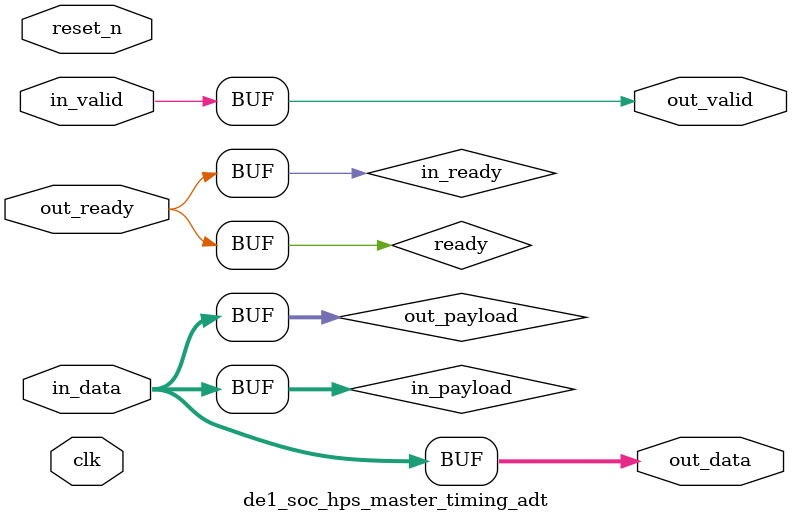
<source format=v>

`timescale 1ns / 100ps
module de1_soc_hps_master_timing_adt (
    
      // Interface: clk
      input              clk,
      // Interface: reset
      input              reset_n,
      // Interface: in
      input              in_valid,
      input      [ 7: 0] in_data,
      // Interface: out
      output reg         out_valid,
      output reg [ 7: 0] out_data,
      input              out_ready
);




   // ---------------------------------------------------------------------
   //| Signal Declarations
   // ---------------------------------------------------------------------

   reg  [ 7: 0] in_payload;
   reg  [ 7: 0] out_payload;
   reg  [ 0: 0] ready;
   reg          in_ready;
   // synthesis translate_off
   always @(negedge in_ready) begin
      $display("%m: The downstream component is backpressuring by deasserting ready, but the upstream component can't be backpressured.");
   end
   // synthesis translate_on   


   // ---------------------------------------------------------------------
   //| Payload Mapping
   // ---------------------------------------------------------------------
   always @* begin
     in_payload = {in_data};
     {out_data} = out_payload;
   end

   // ---------------------------------------------------------------------
   //| Ready & valid signals.
   // ---------------------------------------------------------------------
   always @* begin
     ready[0] = out_ready;
     out_valid = in_valid;
     out_payload = in_payload;
     in_ready = ready[0];
   end




endmodule


</source>
